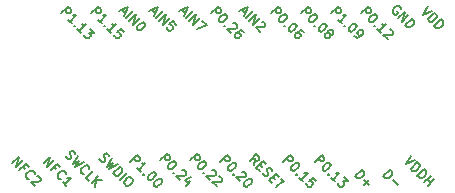
<source format=gbr>
G04 #@! TF.GenerationSoftware,KiCad,Pcbnew,(5.1.9-0-10_14)*
G04 #@! TF.CreationDate,2022-01-02T12:30:46-07:00*
G04 #@! TF.ProjectId,MS88SF2_01,4d533838-5346-4325-9f30-312e6b696361,rev?*
G04 #@! TF.SameCoordinates,Original*
G04 #@! TF.FileFunction,Legend,Top*
G04 #@! TF.FilePolarity,Positive*
%FSLAX46Y46*%
G04 Gerber Fmt 4.6, Leading zero omitted, Abs format (unit mm)*
G04 Created by KiCad (PCBNEW (5.1.9-0-10_14)) date 2022-01-02 12:30:46*
%MOMM*%
%LPD*%
G01*
G04 APERTURE LIST*
%ADD10C,0.200000*%
G04 APERTURE END LIST*
D10*
X157374221Y-79919661D02*
X156997097Y-80673908D01*
X157751345Y-80296784D01*
X157374221Y-81051032D02*
X157939906Y-80485346D01*
X158074593Y-80620033D01*
X158128468Y-80727783D01*
X158128468Y-80835532D01*
X158101531Y-80916345D01*
X158020719Y-81051032D01*
X157939906Y-81131844D01*
X157805219Y-81212656D01*
X157724407Y-81239593D01*
X157616658Y-81239593D01*
X157508908Y-81185719D01*
X157374221Y-81051032D01*
X157939906Y-81616717D02*
X158505592Y-81051032D01*
X158640279Y-81185719D01*
X158694154Y-81293468D01*
X158694154Y-81401218D01*
X158667216Y-81482030D01*
X158586404Y-81616717D01*
X158505592Y-81697529D01*
X158370905Y-81778341D01*
X158290093Y-81805279D01*
X158182343Y-81805279D01*
X158074593Y-81751404D01*
X157939906Y-81616717D01*
X158505592Y-82182402D02*
X159071277Y-81616717D01*
X158801903Y-81886091D02*
X159125152Y-82209340D01*
X158828841Y-82505651D02*
X159394526Y-81939966D01*
X155074752Y-81672563D02*
X155640438Y-81106877D01*
X155775125Y-81241564D01*
X155829000Y-81349314D01*
X155829000Y-81457064D01*
X155802062Y-81537876D01*
X155721250Y-81672563D01*
X155640438Y-81753375D01*
X155505751Y-81834187D01*
X155424938Y-81861125D01*
X155317189Y-81861125D01*
X155209439Y-81807250D01*
X155074752Y-81672563D01*
X155855937Y-82022749D02*
X156286935Y-82453748D01*
X146608129Y-80444940D02*
X147173815Y-79879255D01*
X147389314Y-80094754D01*
X147416251Y-80175566D01*
X147416251Y-80229441D01*
X147389314Y-80310253D01*
X147308502Y-80391065D01*
X147227690Y-80418003D01*
X147173815Y-80418003D01*
X147093003Y-80391065D01*
X146877503Y-80175566D01*
X147847250Y-80552690D02*
X147901125Y-80606564D01*
X147928062Y-80687377D01*
X147928062Y-80741251D01*
X147901125Y-80822064D01*
X147820312Y-80956751D01*
X147685625Y-81091438D01*
X147550938Y-81172250D01*
X147470126Y-81199187D01*
X147416251Y-81199187D01*
X147335439Y-81172250D01*
X147281564Y-81118375D01*
X147254627Y-81037563D01*
X147254627Y-80983688D01*
X147281564Y-80902876D01*
X147362377Y-80768189D01*
X147497064Y-80633502D01*
X147631751Y-80552690D01*
X147712563Y-80525752D01*
X147766438Y-80525752D01*
X147847250Y-80552690D01*
X147766438Y-81495499D02*
X147766438Y-81549374D01*
X147712563Y-81549374D01*
X147712563Y-81495499D01*
X147766438Y-81495499D01*
X147712563Y-81549374D01*
X148278248Y-82115059D02*
X147955000Y-81791810D01*
X148116624Y-81953435D02*
X148682309Y-81387749D01*
X148547622Y-81414687D01*
X148439873Y-81414687D01*
X148359061Y-81387749D01*
X149355744Y-82061184D02*
X149086370Y-81791810D01*
X148790059Y-82034247D01*
X148843934Y-82034247D01*
X148924746Y-82061184D01*
X149059433Y-82195871D01*
X149086370Y-82276683D01*
X149086370Y-82330558D01*
X149059433Y-82411370D01*
X148924746Y-82546057D01*
X148843934Y-82572995D01*
X148790059Y-82572995D01*
X148709247Y-82546057D01*
X148574560Y-82411370D01*
X148547622Y-82330558D01*
X148547622Y-82276683D01*
X149275129Y-80444940D02*
X149840815Y-79879255D01*
X150056314Y-80094754D01*
X150083251Y-80175566D01*
X150083251Y-80229441D01*
X150056314Y-80310253D01*
X149975502Y-80391065D01*
X149894690Y-80418003D01*
X149840815Y-80418003D01*
X149760003Y-80391065D01*
X149544503Y-80175566D01*
X150514250Y-80552690D02*
X150568125Y-80606564D01*
X150595062Y-80687377D01*
X150595062Y-80741251D01*
X150568125Y-80822064D01*
X150487312Y-80956751D01*
X150352625Y-81091438D01*
X150217938Y-81172250D01*
X150137126Y-81199187D01*
X150083251Y-81199187D01*
X150002439Y-81172250D01*
X149948564Y-81118375D01*
X149921627Y-81037563D01*
X149921627Y-80983688D01*
X149948564Y-80902876D01*
X150029377Y-80768189D01*
X150164064Y-80633502D01*
X150298751Y-80552690D01*
X150379563Y-80525752D01*
X150433438Y-80525752D01*
X150514250Y-80552690D01*
X150433438Y-81495499D02*
X150433438Y-81549374D01*
X150379563Y-81549374D01*
X150379563Y-81495499D01*
X150433438Y-81495499D01*
X150379563Y-81549374D01*
X150945248Y-82115059D02*
X150622000Y-81791810D01*
X150783624Y-81953435D02*
X151349309Y-81387749D01*
X151214622Y-81414687D01*
X151106873Y-81414687D01*
X151026061Y-81387749D01*
X151699496Y-81737935D02*
X152049682Y-82088122D01*
X151645621Y-82115059D01*
X151726433Y-82195871D01*
X151753370Y-82276683D01*
X151753370Y-82330558D01*
X151726433Y-82411370D01*
X151591746Y-82546057D01*
X151510934Y-82572995D01*
X151457059Y-82572995D01*
X151376247Y-82546057D01*
X151214622Y-82384433D01*
X151187685Y-82303621D01*
X151187685Y-82249746D01*
X136194129Y-80317940D02*
X136759815Y-79752255D01*
X136975314Y-79967754D01*
X137002251Y-80048566D01*
X137002251Y-80102441D01*
X136975314Y-80183253D01*
X136894502Y-80264065D01*
X136813690Y-80291003D01*
X136759815Y-80291003D01*
X136679003Y-80264065D01*
X136463503Y-80048566D01*
X137433250Y-80425690D02*
X137487125Y-80479564D01*
X137514062Y-80560377D01*
X137514062Y-80614251D01*
X137487125Y-80695064D01*
X137406312Y-80829751D01*
X137271625Y-80964438D01*
X137136938Y-81045250D01*
X137056126Y-81072187D01*
X137002251Y-81072187D01*
X136921439Y-81045250D01*
X136867564Y-80991375D01*
X136840627Y-80910563D01*
X136840627Y-80856688D01*
X136867564Y-80775876D01*
X136948377Y-80641189D01*
X137083064Y-80506502D01*
X137217751Y-80425690D01*
X137298563Y-80398752D01*
X137352438Y-80398752D01*
X137433250Y-80425690D01*
X137352438Y-81368499D02*
X137352438Y-81422374D01*
X137298563Y-81422374D01*
X137298563Y-81368499D01*
X137352438Y-81368499D01*
X137298563Y-81422374D01*
X138052810Y-81152999D02*
X138106685Y-81153000D01*
X138187497Y-81179937D01*
X138322184Y-81314624D01*
X138349122Y-81395436D01*
X138349122Y-81449311D01*
X138322184Y-81530123D01*
X138268309Y-81583998D01*
X138160560Y-81637873D01*
X137514062Y-81637873D01*
X137864248Y-81988059D01*
X138726245Y-82095809D02*
X138349122Y-82472932D01*
X138807057Y-81745622D02*
X138268309Y-82014996D01*
X138618496Y-82365183D01*
X152661752Y-81672563D02*
X153227438Y-81106877D01*
X153362125Y-81241564D01*
X153416000Y-81349314D01*
X153416000Y-81457064D01*
X153389062Y-81537876D01*
X153308250Y-81672563D01*
X153227438Y-81753375D01*
X153092751Y-81834187D01*
X153011938Y-81861125D01*
X152904189Y-81861125D01*
X152796439Y-81807250D01*
X152661752Y-81672563D01*
X153442937Y-82022749D02*
X153873935Y-82453748D01*
X153442937Y-82453748D02*
X153873935Y-82022749D01*
X141274129Y-80444940D02*
X141839815Y-79879255D01*
X142055314Y-80094754D01*
X142082251Y-80175566D01*
X142082251Y-80229441D01*
X142055314Y-80310253D01*
X141974502Y-80391065D01*
X141893690Y-80418003D01*
X141839815Y-80418003D01*
X141759003Y-80391065D01*
X141543503Y-80175566D01*
X142513250Y-80552690D02*
X142567125Y-80606564D01*
X142594062Y-80687377D01*
X142594062Y-80741251D01*
X142567125Y-80822064D01*
X142486312Y-80956751D01*
X142351625Y-81091438D01*
X142216938Y-81172250D01*
X142136126Y-81199187D01*
X142082251Y-81199187D01*
X142001439Y-81172250D01*
X141947564Y-81118375D01*
X141920627Y-81037563D01*
X141920627Y-80983688D01*
X141947564Y-80902876D01*
X142028377Y-80768189D01*
X142163064Y-80633502D01*
X142297751Y-80552690D01*
X142378563Y-80525752D01*
X142432438Y-80525752D01*
X142513250Y-80552690D01*
X142432438Y-81495499D02*
X142432438Y-81549374D01*
X142378563Y-81549374D01*
X142378563Y-81495499D01*
X142432438Y-81495499D01*
X142378563Y-81549374D01*
X143132810Y-81279999D02*
X143186685Y-81280000D01*
X143267497Y-81306937D01*
X143402184Y-81441624D01*
X143429122Y-81522436D01*
X143429122Y-81576311D01*
X143402184Y-81657123D01*
X143348309Y-81710998D01*
X143240560Y-81764873D01*
X142594062Y-81764873D01*
X142944248Y-82115059D01*
X143860120Y-81899560D02*
X143913995Y-81953435D01*
X143940932Y-82034247D01*
X143940932Y-82088122D01*
X143913995Y-82168934D01*
X143833183Y-82303621D01*
X143698496Y-82438308D01*
X143563809Y-82519120D01*
X143482996Y-82546057D01*
X143429122Y-82546057D01*
X143348309Y-82519120D01*
X143294435Y-82465245D01*
X143267497Y-82384433D01*
X143267497Y-82330558D01*
X143294435Y-82249746D01*
X143375247Y-82115059D01*
X143509934Y-81980372D01*
X143644621Y-81899560D01*
X143725433Y-81872622D01*
X143779308Y-81872622D01*
X143860120Y-81899560D01*
X131033317Y-80183253D02*
X131087192Y-80291003D01*
X131221879Y-80425690D01*
X131302691Y-80452627D01*
X131356566Y-80452627D01*
X131437378Y-80425690D01*
X131491253Y-80371815D01*
X131518190Y-80291003D01*
X131518190Y-80237128D01*
X131491253Y-80156316D01*
X131410441Y-80021629D01*
X131383503Y-79940816D01*
X131383503Y-79886942D01*
X131410441Y-79806129D01*
X131464316Y-79752255D01*
X131545128Y-79725317D01*
X131599003Y-79725317D01*
X131679815Y-79752255D01*
X131814502Y-79886942D01*
X131868377Y-79994691D01*
X132083876Y-80156316D02*
X131652877Y-80856688D01*
X132164688Y-80560377D01*
X131868377Y-81072187D01*
X132568749Y-80641189D01*
X132218563Y-81422374D02*
X132784248Y-80856688D01*
X132918935Y-80991375D01*
X132972810Y-81099125D01*
X132972810Y-81206874D01*
X132945873Y-81287687D01*
X132865061Y-81422374D01*
X132784248Y-81503186D01*
X132649561Y-81583998D01*
X132568749Y-81610935D01*
X132461000Y-81610935D01*
X132353250Y-81557061D01*
X132218563Y-81422374D01*
X132784248Y-81988059D02*
X133349934Y-81422374D01*
X133727057Y-81799497D02*
X133834807Y-81907247D01*
X133861744Y-81988059D01*
X133861744Y-82095809D01*
X133780932Y-82230496D01*
X133592370Y-82419057D01*
X133457683Y-82499870D01*
X133349934Y-82499870D01*
X133269122Y-82472932D01*
X133161372Y-82365183D01*
X133134435Y-82284370D01*
X133134435Y-82176621D01*
X133215247Y-82041934D01*
X133403809Y-81853372D01*
X133538496Y-81772560D01*
X133646245Y-81772560D01*
X133727057Y-81799497D01*
X126295816Y-80579627D02*
X126861502Y-80013942D01*
X126619065Y-80902876D01*
X127184751Y-80337190D01*
X127373312Y-81064500D02*
X127184751Y-80875938D01*
X126888439Y-81172250D02*
X127454125Y-80606564D01*
X127723499Y-80875938D01*
X127750436Y-81926497D02*
X127696561Y-81926497D01*
X127588812Y-81872622D01*
X127534937Y-81818748D01*
X127481062Y-81710998D01*
X127481062Y-81603248D01*
X127508000Y-81522436D01*
X127588812Y-81387749D01*
X127669624Y-81306937D01*
X127804311Y-81226125D01*
X127885123Y-81199187D01*
X127992873Y-81199187D01*
X128100622Y-81253062D01*
X128154497Y-81306937D01*
X128208372Y-81414687D01*
X128208372Y-81468561D01*
X128235309Y-82519120D02*
X127912061Y-82195871D01*
X128073685Y-82357496D02*
X128639370Y-81791810D01*
X128504683Y-81818748D01*
X128396934Y-81818748D01*
X128316122Y-81791810D01*
X144083503Y-80714314D02*
X144164316Y-80256378D01*
X143760255Y-80391065D02*
X144325940Y-79825380D01*
X144541439Y-80040879D01*
X144568377Y-80121691D01*
X144568377Y-80175566D01*
X144541439Y-80256378D01*
X144460627Y-80337190D01*
X144379815Y-80364128D01*
X144325940Y-80364128D01*
X144245128Y-80337190D01*
X144029629Y-80121691D01*
X144622251Y-80660439D02*
X144810813Y-80849001D01*
X144595314Y-81226125D02*
X144325940Y-80956751D01*
X144891625Y-80391065D01*
X145161000Y-80660439D01*
X144837751Y-81414687D02*
X144891625Y-81522436D01*
X145026312Y-81657123D01*
X145107125Y-81684061D01*
X145161000Y-81684061D01*
X145241812Y-81657123D01*
X145295687Y-81603248D01*
X145322624Y-81522436D01*
X145322624Y-81468561D01*
X145295687Y-81387749D01*
X145214874Y-81253062D01*
X145187937Y-81172250D01*
X145187937Y-81118375D01*
X145214874Y-81037563D01*
X145268749Y-80983688D01*
X145349561Y-80956751D01*
X145403436Y-80956751D01*
X145484248Y-80983688D01*
X145618935Y-81118375D01*
X145672810Y-81226125D01*
X145672810Y-81710998D02*
X145861372Y-81899560D01*
X145645873Y-82276683D02*
X145376499Y-82007309D01*
X145942184Y-81441624D01*
X146211558Y-81710998D01*
X146373183Y-81872622D02*
X146696431Y-82195871D01*
X145969122Y-82599932D02*
X146534807Y-82034247D01*
X128158505Y-79975441D02*
X128212380Y-80083190D01*
X128347067Y-80217877D01*
X128427879Y-80244815D01*
X128481754Y-80244815D01*
X128562566Y-80217877D01*
X128616441Y-80164003D01*
X128643378Y-80083190D01*
X128643378Y-80029316D01*
X128616441Y-79948503D01*
X128535629Y-79813816D01*
X128508691Y-79733004D01*
X128508691Y-79679129D01*
X128535629Y-79598317D01*
X128589503Y-79544442D01*
X128670316Y-79517505D01*
X128724190Y-79517505D01*
X128805003Y-79544442D01*
X128939690Y-79679129D01*
X128993564Y-79786879D01*
X129209064Y-79948503D02*
X128778065Y-80648876D01*
X129289876Y-80352564D01*
X128993564Y-80864375D01*
X129693937Y-80433377D01*
X129720874Y-81483935D02*
X129667000Y-81483935D01*
X129559250Y-81430061D01*
X129505375Y-81376186D01*
X129451500Y-81268436D01*
X129451500Y-81160687D01*
X129478438Y-81079874D01*
X129559250Y-80945187D01*
X129640062Y-80864375D01*
X129774749Y-80783563D01*
X129855561Y-80756625D01*
X129963311Y-80756625D01*
X130071061Y-80810500D01*
X130124935Y-80864375D01*
X130178810Y-80972125D01*
X130178810Y-81026000D01*
X130178810Y-82049621D02*
X129909436Y-81780247D01*
X130475122Y-81214561D01*
X130367372Y-82238183D02*
X130933057Y-81672497D01*
X130690621Y-82561431D02*
X130771433Y-81995746D01*
X131256306Y-81995746D02*
X130609809Y-81995746D01*
X138734129Y-80317940D02*
X139299815Y-79752255D01*
X139515314Y-79967754D01*
X139542251Y-80048566D01*
X139542251Y-80102441D01*
X139515314Y-80183253D01*
X139434502Y-80264065D01*
X139353690Y-80291003D01*
X139299815Y-80291003D01*
X139219003Y-80264065D01*
X139003503Y-80048566D01*
X139973250Y-80425690D02*
X140027125Y-80479564D01*
X140054062Y-80560377D01*
X140054062Y-80614251D01*
X140027125Y-80695064D01*
X139946312Y-80829751D01*
X139811625Y-80964438D01*
X139676938Y-81045250D01*
X139596126Y-81072187D01*
X139542251Y-81072187D01*
X139461439Y-81045250D01*
X139407564Y-80991375D01*
X139380627Y-80910563D01*
X139380627Y-80856688D01*
X139407564Y-80775876D01*
X139488377Y-80641189D01*
X139623064Y-80506502D01*
X139757751Y-80425690D01*
X139838563Y-80398752D01*
X139892438Y-80398752D01*
X139973250Y-80425690D01*
X139892438Y-81368499D02*
X139892438Y-81422374D01*
X139838563Y-81422374D01*
X139838563Y-81368499D01*
X139892438Y-81368499D01*
X139838563Y-81422374D01*
X140592810Y-81152999D02*
X140646685Y-81153000D01*
X140727497Y-81179937D01*
X140862184Y-81314624D01*
X140889122Y-81395436D01*
X140889122Y-81449311D01*
X140862184Y-81530123D01*
X140808309Y-81583998D01*
X140700560Y-81637873D01*
X140054062Y-81637873D01*
X140404248Y-81988059D01*
X141131558Y-81691748D02*
X141185433Y-81691748D01*
X141266245Y-81718685D01*
X141400932Y-81853372D01*
X141427870Y-81934184D01*
X141427870Y-81988059D01*
X141400932Y-82068871D01*
X141347057Y-82122746D01*
X141239308Y-82176621D01*
X140592810Y-82176621D01*
X140942996Y-82526807D01*
X133654129Y-80444940D02*
X134219815Y-79879255D01*
X134435314Y-80094754D01*
X134462251Y-80175566D01*
X134462251Y-80229441D01*
X134435314Y-80310253D01*
X134354502Y-80391065D01*
X134273690Y-80418003D01*
X134219815Y-80418003D01*
X134139003Y-80391065D01*
X133923503Y-80175566D01*
X134516126Y-81306937D02*
X134192877Y-80983688D01*
X134354502Y-81145312D02*
X134920187Y-80579627D01*
X134785500Y-80606564D01*
X134677751Y-80606564D01*
X134596938Y-80579627D01*
X134812438Y-81495499D02*
X134812438Y-81549374D01*
X134758563Y-81549374D01*
X134758563Y-81495499D01*
X134812438Y-81495499D01*
X134758563Y-81549374D01*
X135701372Y-81360812D02*
X135755247Y-81414687D01*
X135782184Y-81495499D01*
X135782184Y-81549374D01*
X135755247Y-81630186D01*
X135674435Y-81764873D01*
X135539748Y-81899560D01*
X135405061Y-81980372D01*
X135324248Y-82007309D01*
X135270374Y-82007309D01*
X135189561Y-81980372D01*
X135135687Y-81926497D01*
X135108749Y-81845685D01*
X135108749Y-81791810D01*
X135135687Y-81710998D01*
X135216499Y-81576311D01*
X135351186Y-81441624D01*
X135485873Y-81360812D01*
X135566685Y-81333874D01*
X135620560Y-81333874D01*
X135701372Y-81360812D01*
X136240120Y-81899560D02*
X136293995Y-81953435D01*
X136320932Y-82034247D01*
X136320932Y-82088122D01*
X136293995Y-82168934D01*
X136213183Y-82303621D01*
X136078496Y-82438308D01*
X135943809Y-82519120D01*
X135862996Y-82546057D01*
X135809122Y-82546057D01*
X135728309Y-82519120D01*
X135674435Y-82465245D01*
X135647497Y-82384433D01*
X135647497Y-82330558D01*
X135674435Y-82249746D01*
X135755247Y-82115059D01*
X135889934Y-81980372D01*
X136024621Y-81899560D01*
X136105433Y-81872622D01*
X136159308Y-81872622D01*
X136240120Y-81899560D01*
X123628816Y-80579627D02*
X124194502Y-80013942D01*
X123952065Y-80902876D01*
X124517751Y-80337190D01*
X124706312Y-81064500D02*
X124517751Y-80875938D01*
X124221439Y-81172250D02*
X124787125Y-80606564D01*
X125056499Y-80875938D01*
X125083436Y-81926497D02*
X125029561Y-81926497D01*
X124921812Y-81872622D01*
X124867937Y-81818748D01*
X124814062Y-81710998D01*
X124814062Y-81603248D01*
X124841000Y-81522436D01*
X124921812Y-81387749D01*
X125002624Y-81306937D01*
X125137311Y-81226125D01*
X125218123Y-81199187D01*
X125325873Y-81199187D01*
X125433622Y-81253062D01*
X125487497Y-81306937D01*
X125541372Y-81414687D01*
X125541372Y-81468561D01*
X125756871Y-81684061D02*
X125810746Y-81684061D01*
X125891558Y-81710998D01*
X126026245Y-81845685D01*
X126053183Y-81926497D01*
X126053183Y-81980372D01*
X126026245Y-82061184D01*
X125972370Y-82115059D01*
X125864621Y-82168934D01*
X125218123Y-82168934D01*
X125568309Y-82519120D01*
X158813532Y-67261972D02*
X158436409Y-68016219D01*
X159190656Y-67639096D01*
X158813532Y-68393343D02*
X159379218Y-67827658D01*
X159513905Y-67962345D01*
X159567780Y-68070094D01*
X159567780Y-68177844D01*
X159540842Y-68258656D01*
X159460030Y-68393343D01*
X159379218Y-68474155D01*
X159244531Y-68554967D01*
X159163719Y-68581905D01*
X159055969Y-68581905D01*
X158948219Y-68528030D01*
X158813532Y-68393343D01*
X159379218Y-68959028D02*
X159944903Y-68393343D01*
X160079590Y-68528030D01*
X160133465Y-68635780D01*
X160133465Y-68743529D01*
X160106528Y-68824341D01*
X160025715Y-68959028D01*
X159944903Y-69039841D01*
X159810216Y-69120653D01*
X159729404Y-69147590D01*
X159621654Y-69147590D01*
X159513905Y-69093715D01*
X159379218Y-68959028D01*
X156569844Y-67485158D02*
X156542906Y-67404346D01*
X156462094Y-67323534D01*
X156354345Y-67269659D01*
X156246595Y-67269659D01*
X156165783Y-67296597D01*
X156031096Y-67377409D01*
X155950284Y-67458221D01*
X155869471Y-67592908D01*
X155842534Y-67673720D01*
X155842534Y-67781470D01*
X155896409Y-67889219D01*
X155950284Y-67943094D01*
X156058033Y-67996969D01*
X156111908Y-67996969D01*
X156300470Y-67808407D01*
X156192720Y-67700658D01*
X156300470Y-68293280D02*
X156866155Y-67727595D01*
X156623719Y-68616529D01*
X157189404Y-68050844D01*
X156893093Y-68885903D02*
X157458778Y-68320218D01*
X157593465Y-68454905D01*
X157647340Y-68562654D01*
X157647340Y-68670404D01*
X157620402Y-68751216D01*
X157539590Y-68885903D01*
X157458778Y-68966715D01*
X157324091Y-69047528D01*
X157243279Y-69074465D01*
X157135529Y-69074465D01*
X157027780Y-69020590D01*
X156893093Y-68885903D01*
X150672129Y-67871940D02*
X151237815Y-67306255D01*
X151453314Y-67521754D01*
X151480251Y-67602566D01*
X151480251Y-67656441D01*
X151453314Y-67737253D01*
X151372502Y-67818065D01*
X151291690Y-67845003D01*
X151237815Y-67845003D01*
X151157003Y-67818065D01*
X150941503Y-67602566D01*
X151534126Y-68733937D02*
X151210877Y-68410688D01*
X151372502Y-68572312D02*
X151938187Y-68006627D01*
X151803500Y-68033564D01*
X151695751Y-68033564D01*
X151614938Y-68006627D01*
X151830438Y-68922499D02*
X151830438Y-68976374D01*
X151776563Y-68976374D01*
X151776563Y-68922499D01*
X151830438Y-68922499D01*
X151776563Y-68976374D01*
X152719372Y-68787812D02*
X152773247Y-68841687D01*
X152800184Y-68922499D01*
X152800184Y-68976374D01*
X152773247Y-69057186D01*
X152692435Y-69191873D01*
X152557748Y-69326560D01*
X152423061Y-69407372D01*
X152342248Y-69434309D01*
X152288374Y-69434309D01*
X152207561Y-69407372D01*
X152153687Y-69353497D01*
X152126749Y-69272685D01*
X152126749Y-69218810D01*
X152153687Y-69137998D01*
X152234499Y-69003311D01*
X152369186Y-68868624D01*
X152503873Y-68787812D01*
X152584685Y-68760874D01*
X152638560Y-68760874D01*
X152719372Y-68787812D01*
X152611622Y-69811433D02*
X152719372Y-69919183D01*
X152800184Y-69946120D01*
X152854059Y-69946120D01*
X152988746Y-69919183D01*
X153123433Y-69838370D01*
X153338932Y-69622871D01*
X153365870Y-69542059D01*
X153365870Y-69488184D01*
X153338932Y-69407372D01*
X153231183Y-69299622D01*
X153150370Y-69272685D01*
X153096496Y-69272685D01*
X153015683Y-69299622D01*
X152880996Y-69434309D01*
X152854059Y-69515122D01*
X152854059Y-69568996D01*
X152880996Y-69649809D01*
X152988746Y-69757558D01*
X153069558Y-69784496D01*
X153123433Y-69784496D01*
X153204245Y-69757558D01*
X145592129Y-67871940D02*
X146157815Y-67306255D01*
X146373314Y-67521754D01*
X146400251Y-67602566D01*
X146400251Y-67656441D01*
X146373314Y-67737253D01*
X146292502Y-67818065D01*
X146211690Y-67845003D01*
X146157815Y-67845003D01*
X146077003Y-67818065D01*
X145861503Y-67602566D01*
X146831250Y-67979690D02*
X146885125Y-68033564D01*
X146912062Y-68114377D01*
X146912062Y-68168251D01*
X146885125Y-68249064D01*
X146804312Y-68383751D01*
X146669625Y-68518438D01*
X146534938Y-68599250D01*
X146454126Y-68626187D01*
X146400251Y-68626187D01*
X146319439Y-68599250D01*
X146265564Y-68545375D01*
X146238627Y-68464563D01*
X146238627Y-68410688D01*
X146265564Y-68329876D01*
X146346377Y-68195189D01*
X146481064Y-68060502D01*
X146615751Y-67979690D01*
X146696563Y-67952752D01*
X146750438Y-67952752D01*
X146831250Y-67979690D01*
X146750438Y-68922499D02*
X146750438Y-68976374D01*
X146696563Y-68976374D01*
X146696563Y-68922499D01*
X146750438Y-68922499D01*
X146696563Y-68976374D01*
X147639372Y-68787812D02*
X147693247Y-68841687D01*
X147720184Y-68922499D01*
X147720184Y-68976374D01*
X147693247Y-69057186D01*
X147612435Y-69191873D01*
X147477748Y-69326560D01*
X147343061Y-69407372D01*
X147262248Y-69434309D01*
X147208374Y-69434309D01*
X147127561Y-69407372D01*
X147073687Y-69353497D01*
X147046749Y-69272685D01*
X147046749Y-69218810D01*
X147073687Y-69137998D01*
X147154499Y-69003311D01*
X147289186Y-68868624D01*
X147423873Y-68787812D01*
X147504685Y-68760874D01*
X147558560Y-68760874D01*
X147639372Y-68787812D01*
X148312807Y-69461247D02*
X148205057Y-69353497D01*
X148124245Y-69326560D01*
X148070370Y-69326560D01*
X147935683Y-69353497D01*
X147800996Y-69434309D01*
X147585497Y-69649809D01*
X147558560Y-69730621D01*
X147558560Y-69784496D01*
X147585497Y-69865308D01*
X147693247Y-69973057D01*
X147774059Y-69999995D01*
X147827934Y-69999995D01*
X147908746Y-69973057D01*
X148043433Y-69838370D01*
X148070370Y-69757558D01*
X148070370Y-69703683D01*
X148043433Y-69622871D01*
X147935683Y-69515122D01*
X147854871Y-69488184D01*
X147800996Y-69488184D01*
X147720184Y-69515122D01*
X148132129Y-67871940D02*
X148697815Y-67306255D01*
X148913314Y-67521754D01*
X148940251Y-67602566D01*
X148940251Y-67656441D01*
X148913314Y-67737253D01*
X148832502Y-67818065D01*
X148751690Y-67845003D01*
X148697815Y-67845003D01*
X148617003Y-67818065D01*
X148401503Y-67602566D01*
X149371250Y-67979690D02*
X149425125Y-68033564D01*
X149452062Y-68114377D01*
X149452062Y-68168251D01*
X149425125Y-68249064D01*
X149344312Y-68383751D01*
X149209625Y-68518438D01*
X149074938Y-68599250D01*
X148994126Y-68626187D01*
X148940251Y-68626187D01*
X148859439Y-68599250D01*
X148805564Y-68545375D01*
X148778627Y-68464563D01*
X148778627Y-68410688D01*
X148805564Y-68329876D01*
X148886377Y-68195189D01*
X149021064Y-68060502D01*
X149155751Y-67979690D01*
X149236563Y-67952752D01*
X149290438Y-67952752D01*
X149371250Y-67979690D01*
X149290438Y-68922499D02*
X149290438Y-68976374D01*
X149236563Y-68976374D01*
X149236563Y-68922499D01*
X149290438Y-68922499D01*
X149236563Y-68976374D01*
X150179372Y-68787812D02*
X150233247Y-68841687D01*
X150260184Y-68922499D01*
X150260184Y-68976374D01*
X150233247Y-69057186D01*
X150152435Y-69191873D01*
X150017748Y-69326560D01*
X149883061Y-69407372D01*
X149802248Y-69434309D01*
X149748374Y-69434309D01*
X149667561Y-69407372D01*
X149613687Y-69353497D01*
X149586749Y-69272685D01*
X149586749Y-69218810D01*
X149613687Y-69137998D01*
X149694499Y-69003311D01*
X149829186Y-68868624D01*
X149963873Y-68787812D01*
X150044685Y-68760874D01*
X150098560Y-68760874D01*
X150179372Y-68787812D01*
X150448746Y-69542059D02*
X150421809Y-69461247D01*
X150421809Y-69407372D01*
X150448746Y-69326560D01*
X150475683Y-69299622D01*
X150556496Y-69272685D01*
X150610370Y-69272685D01*
X150691183Y-69299622D01*
X150798932Y-69407372D01*
X150825870Y-69488184D01*
X150825870Y-69542059D01*
X150798932Y-69622871D01*
X150771995Y-69649809D01*
X150691183Y-69676746D01*
X150637308Y-69676746D01*
X150556496Y-69649809D01*
X150448746Y-69542059D01*
X150367934Y-69515122D01*
X150314059Y-69515122D01*
X150233247Y-69542059D01*
X150125497Y-69649809D01*
X150098560Y-69730621D01*
X150098560Y-69784496D01*
X150125497Y-69865308D01*
X150233247Y-69973057D01*
X150314059Y-69999995D01*
X150367934Y-69999995D01*
X150448746Y-69973057D01*
X150556496Y-69865308D01*
X150583433Y-69784496D01*
X150583433Y-69730621D01*
X150556496Y-69649809D01*
X153212129Y-67871940D02*
X153777815Y-67306255D01*
X153993314Y-67521754D01*
X154020251Y-67602566D01*
X154020251Y-67656441D01*
X153993314Y-67737253D01*
X153912502Y-67818065D01*
X153831690Y-67845003D01*
X153777815Y-67845003D01*
X153697003Y-67818065D01*
X153481503Y-67602566D01*
X154451250Y-67979690D02*
X154505125Y-68033564D01*
X154532062Y-68114377D01*
X154532062Y-68168251D01*
X154505125Y-68249064D01*
X154424312Y-68383751D01*
X154289625Y-68518438D01*
X154154938Y-68599250D01*
X154074126Y-68626187D01*
X154020251Y-68626187D01*
X153939439Y-68599250D01*
X153885564Y-68545375D01*
X153858627Y-68464563D01*
X153858627Y-68410688D01*
X153885564Y-68329876D01*
X153966377Y-68195189D01*
X154101064Y-68060502D01*
X154235751Y-67979690D01*
X154316563Y-67952752D01*
X154370438Y-67952752D01*
X154451250Y-67979690D01*
X154370438Y-68922499D02*
X154370438Y-68976374D01*
X154316563Y-68976374D01*
X154316563Y-68922499D01*
X154370438Y-68922499D01*
X154316563Y-68976374D01*
X154882248Y-69542059D02*
X154559000Y-69218810D01*
X154720624Y-69380435D02*
X155286309Y-68814749D01*
X155151622Y-68841687D01*
X155043873Y-68841687D01*
X154963061Y-68814749D01*
X155609558Y-69245748D02*
X155663433Y-69245748D01*
X155744245Y-69272685D01*
X155878932Y-69407372D01*
X155905870Y-69488184D01*
X155905870Y-69542059D01*
X155878932Y-69622871D01*
X155825057Y-69676746D01*
X155717308Y-69730621D01*
X155070810Y-69730621D01*
X155420996Y-70080807D01*
X143088659Y-67585221D02*
X143358033Y-67854595D01*
X142873160Y-67692971D02*
X143627407Y-67315847D01*
X143250284Y-68070094D01*
X143438845Y-68258656D02*
X144004531Y-67692971D01*
X143708219Y-68528030D02*
X144273905Y-67962345D01*
X144031468Y-68851279D01*
X144597154Y-68285593D01*
X144785715Y-68581905D02*
X144839590Y-68581905D01*
X144920402Y-68608842D01*
X145055089Y-68743529D01*
X145082027Y-68824341D01*
X145082027Y-68878216D01*
X145055089Y-68959028D01*
X145001215Y-69012903D01*
X144893465Y-69066778D01*
X144246967Y-69066778D01*
X144597154Y-69416964D01*
X138008659Y-67585221D02*
X138278033Y-67854595D01*
X137793160Y-67692971D02*
X138547407Y-67315847D01*
X138170284Y-68070094D01*
X138358845Y-68258656D02*
X138924531Y-67692971D01*
X138628219Y-68528030D02*
X139193905Y-67962345D01*
X138951468Y-68851279D01*
X139517154Y-68285593D01*
X139732653Y-68501093D02*
X140109776Y-68878216D01*
X139301654Y-69201465D01*
X140512129Y-67871940D02*
X141077815Y-67306255D01*
X141293314Y-67521754D01*
X141320251Y-67602566D01*
X141320251Y-67656441D01*
X141293314Y-67737253D01*
X141212502Y-67818065D01*
X141131690Y-67845003D01*
X141077815Y-67845003D01*
X140997003Y-67818065D01*
X140781503Y-67602566D01*
X141751250Y-67979690D02*
X141805125Y-68033564D01*
X141832062Y-68114377D01*
X141832062Y-68168251D01*
X141805125Y-68249064D01*
X141724312Y-68383751D01*
X141589625Y-68518438D01*
X141454938Y-68599250D01*
X141374126Y-68626187D01*
X141320251Y-68626187D01*
X141239439Y-68599250D01*
X141185564Y-68545375D01*
X141158627Y-68464563D01*
X141158627Y-68410688D01*
X141185564Y-68329876D01*
X141266377Y-68195189D01*
X141401064Y-68060502D01*
X141535751Y-67979690D01*
X141616563Y-67952752D01*
X141670438Y-67952752D01*
X141751250Y-67979690D01*
X141670438Y-68922499D02*
X141670438Y-68976374D01*
X141616563Y-68976374D01*
X141616563Y-68922499D01*
X141670438Y-68922499D01*
X141616563Y-68976374D01*
X142370810Y-68706999D02*
X142424685Y-68707000D01*
X142505497Y-68733937D01*
X142640184Y-68868624D01*
X142667122Y-68949436D01*
X142667122Y-69003311D01*
X142640184Y-69084123D01*
X142586309Y-69137998D01*
X142478560Y-69191873D01*
X141832062Y-69191873D01*
X142182248Y-69542059D01*
X143232807Y-69461247D02*
X143125057Y-69353497D01*
X143044245Y-69326560D01*
X142990370Y-69326560D01*
X142855683Y-69353497D01*
X142720996Y-69434309D01*
X142505497Y-69649809D01*
X142478560Y-69730621D01*
X142478560Y-69784496D01*
X142505497Y-69865308D01*
X142613247Y-69973057D01*
X142694059Y-69999995D01*
X142747934Y-69999995D01*
X142828746Y-69973057D01*
X142963433Y-69838370D01*
X142990370Y-69757558D01*
X142990370Y-69703683D01*
X142963433Y-69622871D01*
X142855683Y-69515122D01*
X142774871Y-69488184D01*
X142720996Y-69488184D01*
X142640184Y-69515122D01*
X135468659Y-67585221D02*
X135738033Y-67854595D01*
X135253160Y-67692971D02*
X136007407Y-67315847D01*
X135630284Y-68070094D01*
X135818845Y-68258656D02*
X136384531Y-67692971D01*
X136088219Y-68528030D02*
X136653905Y-67962345D01*
X136411468Y-68851279D01*
X136977154Y-68285593D01*
X137515902Y-68824341D02*
X137246528Y-68554967D01*
X136950216Y-68797404D01*
X137004091Y-68797404D01*
X137084903Y-68824341D01*
X137219590Y-68959028D01*
X137246528Y-69039841D01*
X137246528Y-69093715D01*
X137219590Y-69174528D01*
X137084903Y-69309215D01*
X137004091Y-69336152D01*
X136950216Y-69336152D01*
X136869404Y-69309215D01*
X136734717Y-69174528D01*
X136707780Y-69093715D01*
X136707780Y-69039841D01*
X132928659Y-67585221D02*
X133198033Y-67854595D01*
X132713160Y-67692971D02*
X133467407Y-67315847D01*
X133090284Y-68070094D01*
X133278845Y-68258656D02*
X133844531Y-67692971D01*
X133548219Y-68528030D02*
X134113905Y-67962345D01*
X133871468Y-68851279D01*
X134437154Y-68285593D01*
X134814277Y-68662717D02*
X134868152Y-68716592D01*
X134895089Y-68797404D01*
X134895089Y-68851279D01*
X134868152Y-68932091D01*
X134787340Y-69066778D01*
X134652653Y-69201465D01*
X134517966Y-69282277D01*
X134437154Y-69309215D01*
X134383279Y-69309215D01*
X134302467Y-69282277D01*
X134248592Y-69228402D01*
X134221654Y-69147590D01*
X134221654Y-69093715D01*
X134248592Y-69012903D01*
X134329404Y-68878216D01*
X134464091Y-68743529D01*
X134598778Y-68662717D01*
X134679590Y-68635780D01*
X134733465Y-68635780D01*
X134814277Y-68662717D01*
X130352129Y-67871940D02*
X130917815Y-67306255D01*
X131133314Y-67521754D01*
X131160251Y-67602566D01*
X131160251Y-67656441D01*
X131133314Y-67737253D01*
X131052502Y-67818065D01*
X130971690Y-67845003D01*
X130917815Y-67845003D01*
X130837003Y-67818065D01*
X130621503Y-67602566D01*
X131214126Y-68733937D02*
X130890877Y-68410688D01*
X131052502Y-68572312D02*
X131618187Y-68006627D01*
X131483500Y-68033564D01*
X131375751Y-68033564D01*
X131294938Y-68006627D01*
X131510438Y-68922499D02*
X131510438Y-68976374D01*
X131456563Y-68976374D01*
X131456563Y-68922499D01*
X131510438Y-68922499D01*
X131456563Y-68976374D01*
X132022248Y-69542059D02*
X131699000Y-69218810D01*
X131860624Y-69380435D02*
X132426309Y-68814749D01*
X132291622Y-68841687D01*
X132183873Y-68841687D01*
X132103061Y-68814749D01*
X133099744Y-69488184D02*
X132830370Y-69218810D01*
X132534059Y-69461247D01*
X132587934Y-69461247D01*
X132668746Y-69488184D01*
X132803433Y-69622871D01*
X132830370Y-69703683D01*
X132830370Y-69757558D01*
X132803433Y-69838370D01*
X132668746Y-69973057D01*
X132587934Y-69999995D01*
X132534059Y-69999995D01*
X132453247Y-69973057D01*
X132318560Y-69838370D01*
X132291622Y-69757558D01*
X132291622Y-69703683D01*
X127812129Y-67871940D02*
X128377815Y-67306255D01*
X128593314Y-67521754D01*
X128620251Y-67602566D01*
X128620251Y-67656441D01*
X128593314Y-67737253D01*
X128512502Y-67818065D01*
X128431690Y-67845003D01*
X128377815Y-67845003D01*
X128297003Y-67818065D01*
X128081503Y-67602566D01*
X128674126Y-68733937D02*
X128350877Y-68410688D01*
X128512502Y-68572312D02*
X129078187Y-68006627D01*
X128943500Y-68033564D01*
X128835751Y-68033564D01*
X128754938Y-68006627D01*
X128970438Y-68922499D02*
X128970438Y-68976374D01*
X128916563Y-68976374D01*
X128916563Y-68922499D01*
X128970438Y-68922499D01*
X128916563Y-68976374D01*
X129482248Y-69542059D02*
X129159000Y-69218810D01*
X129320624Y-69380435D02*
X129886309Y-68814749D01*
X129751622Y-68841687D01*
X129643873Y-68841687D01*
X129563061Y-68814749D01*
X130236496Y-69164935D02*
X130586682Y-69515122D01*
X130182621Y-69542059D01*
X130263433Y-69622871D01*
X130290370Y-69703683D01*
X130290370Y-69757558D01*
X130263433Y-69838370D01*
X130128746Y-69973057D01*
X130047934Y-69999995D01*
X129994059Y-69999995D01*
X129913247Y-69973057D01*
X129751622Y-69811433D01*
X129724685Y-69730621D01*
X129724685Y-69676746D01*
M02*

</source>
